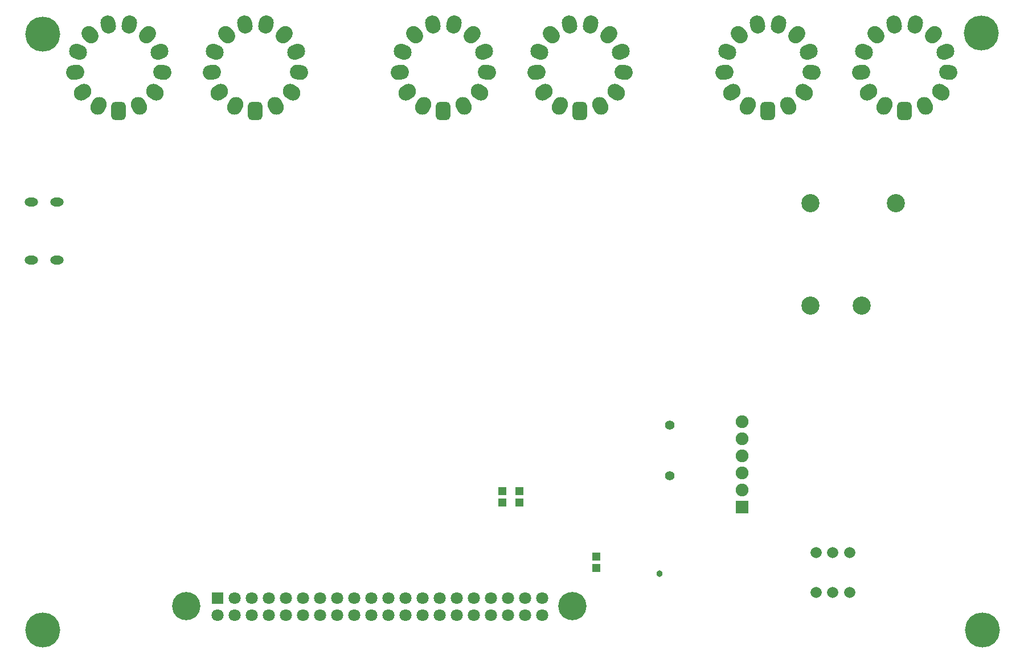
<source format=gbs>
G04*
G04 #@! TF.GenerationSoftware,Altium Limited,Altium Designer,20.0.9 (164)*
G04*
G04 Layer_Color=16711935*
%FSLAX25Y25*%
%MOIN*%
G70*
G01*
G75*
%ADD34R,0.04737X0.05131*%
%ADD50C,0.16548*%
%ADD51C,0.20485*%
G04:AMPARAMS|DCode=52|XSize=86.74mil|YSize=106.42mil|CornerRadius=0mil|HoleSize=0mil|Usage=FLASHONLY|Rotation=83.076|XOffset=0mil|YOffset=0mil|HoleType=Round|Shape=Round|*
%AMOVALD52*
21,1,0.01968,0.08674,0.00000,0.00000,173.1*
1,1,0.08674,0.00977,-0.00119*
1,1,0.08674,-0.00977,0.00119*
%
%ADD52OVALD52*%

G04:AMPARAMS|DCode=53|XSize=86.74mil|YSize=106.42mil|CornerRadius=0mil|HoleSize=0mil|Usage=FLASHONLY|Rotation=55.384|XOffset=0mil|YOffset=0mil|HoleType=Round|Shape=Round|*
%AMOVALD53*
21,1,0.01968,0.08674,0.00000,0.00000,145.4*
1,1,0.08674,0.00810,-0.00559*
1,1,0.08674,-0.00810,0.00559*
%
%ADD53OVALD53*%

G04:AMPARAMS|DCode=54|XSize=86.74mil|YSize=106.42mil|CornerRadius=0mil|HoleSize=0mil|Usage=FLASHONLY|Rotation=110.768|XOffset=0mil|YOffset=0mil|HoleType=Round|Shape=Round|*
%AMOVALD54*
21,1,0.01968,0.08674,0.00000,0.00000,200.8*
1,1,0.08674,0.00920,0.00349*
1,1,0.08674,-0.00920,-0.00349*
%
%ADD54OVALD54*%

G04:AMPARAMS|DCode=55|XSize=86.74mil|YSize=106.42mil|CornerRadius=0mil|HoleSize=0mil|Usage=FLASHONLY|Rotation=138.460|XOffset=0mil|YOffset=0mil|HoleType=Round|Shape=Round|*
%AMOVALD55*
21,1,0.01968,0.08674,0.00000,0.00000,228.5*
1,1,0.08674,0.00653,0.00737*
1,1,0.08674,-0.00653,-0.00737*
%
%ADD55OVALD55*%

G04:AMPARAMS|DCode=56|XSize=86.74mil|YSize=106.42mil|CornerRadius=0mil|HoleSize=0mil|Usage=FLASHONLY|Rotation=166.152|XOffset=0mil|YOffset=0mil|HoleType=Round|Shape=Round|*
%AMOVALD56*
21,1,0.01968,0.08674,0.00000,0.00000,256.2*
1,1,0.08674,0.00236,0.00956*
1,1,0.08674,-0.00236,-0.00956*
%
%ADD56OVALD56*%

G04:AMPARAMS|DCode=57|XSize=86.74mil|YSize=106.42mil|CornerRadius=0mil|HoleSize=0mil|Usage=FLASHONLY|Rotation=193.848|XOffset=0mil|YOffset=0mil|HoleType=Round|Shape=Round|*
%AMOVALD57*
21,1,0.01968,0.08674,0.00000,0.00000,283.8*
1,1,0.08674,-0.00236,0.00956*
1,1,0.08674,0.00236,-0.00956*
%
%ADD57OVALD57*%

G04:AMPARAMS|DCode=58|XSize=86.74mil|YSize=106.42mil|CornerRadius=0mil|HoleSize=0mil|Usage=FLASHONLY|Rotation=221.540|XOffset=0mil|YOffset=0mil|HoleType=Round|Shape=Round|*
%AMOVALD58*
21,1,0.01968,0.08674,0.00000,0.00000,311.5*
1,1,0.08674,-0.00653,0.00737*
1,1,0.08674,0.00653,-0.00737*
%
%ADD58OVALD58*%

G04:AMPARAMS|DCode=59|XSize=86.74mil|YSize=106.42mil|CornerRadius=0mil|HoleSize=0mil|Usage=FLASHONLY|Rotation=249.232|XOffset=0mil|YOffset=0mil|HoleType=Round|Shape=Round|*
%AMOVALD59*
21,1,0.01968,0.08674,0.00000,0.00000,339.2*
1,1,0.08674,-0.00920,0.00349*
1,1,0.08674,0.00920,-0.00349*
%
%ADD59OVALD59*%

G04:AMPARAMS|DCode=60|XSize=86.74mil|YSize=106.42mil|CornerRadius=0mil|HoleSize=0mil|Usage=FLASHONLY|Rotation=276.924|XOffset=0mil|YOffset=0mil|HoleType=Round|Shape=Round|*
%AMOVALD60*
21,1,0.01968,0.08674,0.00000,0.00000,6.9*
1,1,0.08674,-0.00977,-0.00119*
1,1,0.08674,0.00977,0.00119*
%
%ADD60OVALD60*%

G04:AMPARAMS|DCode=61|XSize=86.74mil|YSize=106.42mil|CornerRadius=0mil|HoleSize=0mil|Usage=FLASHONLY|Rotation=304.616|XOffset=0mil|YOffset=0mil|HoleType=Round|Shape=Round|*
%AMOVALD61*
21,1,0.01968,0.08674,0.00000,0.00000,34.6*
1,1,0.08674,-0.00810,-0.00559*
1,1,0.08674,0.00810,0.00559*
%
%ADD61OVALD61*%

G04:AMPARAMS|DCode=62|XSize=86.74mil|YSize=106.42mil|CornerRadius=0mil|HoleSize=0mil|Usage=FLASHONLY|Rotation=332.308|XOffset=0mil|YOffset=0mil|HoleType=Round|Shape=Round|*
%AMOVALD62*
21,1,0.01968,0.08674,0.00000,0.00000,62.3*
1,1,0.08674,-0.00457,-0.00872*
1,1,0.08674,0.00457,0.00872*
%
%ADD62OVALD62*%

G04:AMPARAMS|DCode=63|XSize=86.74mil|YSize=106.42mil|CornerRadius=0mil|HoleSize=0mil|Usage=FLASHONLY|Rotation=27.692|XOffset=0mil|YOffset=0mil|HoleType=Round|Shape=Round|*
%AMOVALD63*
21,1,0.01968,0.08674,0.00000,0.00000,117.7*
1,1,0.08674,0.00457,-0.00872*
1,1,0.08674,-0.00457,0.00872*
%
%ADD63OVALD63*%

G04:AMPARAMS|DCode=64|XSize=86.74mil|YSize=106.42mil|CornerRadius=23.68mil|HoleSize=0mil|Usage=FLASHONLY|Rotation=0.000|XOffset=0mil|YOffset=0mil|HoleType=Round|Shape=RoundedRectangle|*
%AMROUNDEDRECTD64*
21,1,0.08674,0.05906,0,0,0.0*
21,1,0.03937,0.10642,0,0,0.0*
1,1,0.04737,0.01968,-0.02953*
1,1,0.04737,-0.01968,-0.02953*
1,1,0.04737,-0.01968,0.02953*
1,1,0.04737,0.01968,0.02953*
%
%ADD64ROUNDEDRECTD64*%
%ADD65C,0.05524*%
%ADD66C,0.06540*%
%ADD67R,0.07099X0.07099*%
%ADD68C,0.07099*%
%ADD69C,0.10642*%
%ADD70O,0.07887X0.05131*%
%ADD71R,0.07493X0.07493*%
%ADD72C,0.07493*%
%ADD73C,0.03800*%
D34*
X4500Y-115000D02*
D03*
Y-108307D02*
D03*
X-5500Y-115000D02*
D03*
Y-108307D02*
D03*
X49400Y-146653D02*
D03*
Y-153347D02*
D03*
D50*
X-190500Y-175500D02*
D03*
X35500D02*
D03*
D51*
X275000Y160000D02*
D03*
X275500Y-189500D02*
D03*
X-274500D02*
D03*
Y159500D02*
D03*
D52*
X255404Y136915D02*
D03*
X175404D02*
D03*
X65404D02*
D03*
X-14596D02*
D03*
X-124596D02*
D03*
X-204596D02*
D03*
D53*
X251060Y125463D02*
D03*
X171060D02*
D03*
X61061D02*
D03*
X-18939D02*
D03*
X-128940D02*
D03*
X-208940D02*
D03*
D54*
X253927Y149076D02*
D03*
X173927D02*
D03*
X63927D02*
D03*
X-16073D02*
D03*
X-126073D02*
D03*
X-206073D02*
D03*
D55*
X246969Y159155D02*
D03*
X166969D02*
D03*
X56969D02*
D03*
X-23031D02*
D03*
X-133031D02*
D03*
X-213031D02*
D03*
D56*
X236123Y164847D02*
D03*
X156123D02*
D03*
X46123D02*
D03*
X-33877D02*
D03*
X-143877D02*
D03*
X-223877D02*
D03*
D57*
X223875Y164847D02*
D03*
X143875D02*
D03*
X33875D02*
D03*
X-46125D02*
D03*
X-156125D02*
D03*
X-236125D02*
D03*
D58*
X213030Y159154D02*
D03*
X133030D02*
D03*
X23030D02*
D03*
X-56970D02*
D03*
X-166970D02*
D03*
X-246970D02*
D03*
D59*
X206072Y149074D02*
D03*
X126072D02*
D03*
X16072D02*
D03*
X-63928D02*
D03*
X-173928D02*
D03*
X-253928D02*
D03*
D60*
X204596Y136915D02*
D03*
X124596D02*
D03*
X14596D02*
D03*
X-65404D02*
D03*
X-175404D02*
D03*
X-255404D02*
D03*
D61*
X208940Y125463D02*
D03*
X128940D02*
D03*
X18939D02*
D03*
X-61061D02*
D03*
X-171060D02*
D03*
X-251060D02*
D03*
D62*
X218108Y117341D02*
D03*
X138108D02*
D03*
X28108D02*
D03*
X-51892D02*
D03*
X-161892D02*
D03*
X-241892D02*
D03*
D63*
X241892D02*
D03*
X161892D02*
D03*
X51892D02*
D03*
X-28108D02*
D03*
X-138108D02*
D03*
X-218108D02*
D03*
D64*
X230000Y114409D02*
D03*
X150000D02*
D03*
X40000D02*
D03*
X-40000D02*
D03*
X-150000D02*
D03*
X-230000D02*
D03*
D65*
X92500Y-69700D02*
D03*
Y-99200D02*
D03*
D66*
X178157Y-167811D02*
D03*
X188000D02*
D03*
X197843D02*
D03*
X178157Y-144189D02*
D03*
X188000D02*
D03*
X197843D02*
D03*
D67*
X-172000Y-171000D02*
D03*
D68*
Y-181000D02*
D03*
X-162000Y-171000D02*
D03*
Y-181000D02*
D03*
X-152000Y-171000D02*
D03*
Y-181000D02*
D03*
X-142000Y-171000D02*
D03*
Y-181000D02*
D03*
X-132000Y-171000D02*
D03*
Y-181000D02*
D03*
X-122000Y-171000D02*
D03*
Y-181000D02*
D03*
X-112000Y-171000D02*
D03*
Y-181000D02*
D03*
X-102000Y-171000D02*
D03*
Y-181000D02*
D03*
X-92000Y-171000D02*
D03*
Y-181000D02*
D03*
X-82000Y-171000D02*
D03*
Y-181000D02*
D03*
X-72000Y-171000D02*
D03*
Y-181000D02*
D03*
X-62000Y-171000D02*
D03*
Y-181000D02*
D03*
X-52000Y-171000D02*
D03*
Y-181000D02*
D03*
X-42000Y-171000D02*
D03*
Y-181000D02*
D03*
X-32000Y-171000D02*
D03*
Y-181000D02*
D03*
X-22000Y-171000D02*
D03*
Y-181000D02*
D03*
X-12000Y-171000D02*
D03*
Y-181000D02*
D03*
X-2000Y-171000D02*
D03*
Y-181000D02*
D03*
X8000Y-171000D02*
D03*
Y-181000D02*
D03*
X18000Y-171000D02*
D03*
Y-181000D02*
D03*
D69*
X175000Y500D02*
D03*
X205000D02*
D03*
X175000Y60500D02*
D03*
X225000D02*
D03*
D70*
X-266315Y26992D02*
D03*
Y61008D02*
D03*
X-281275Y26992D02*
D03*
Y61008D02*
D03*
D71*
X135000Y-117500D02*
D03*
D72*
Y-107500D02*
D03*
Y-97500D02*
D03*
Y-87500D02*
D03*
Y-77500D02*
D03*
Y-67500D02*
D03*
D73*
X86500Y-156500D02*
D03*
M02*

</source>
